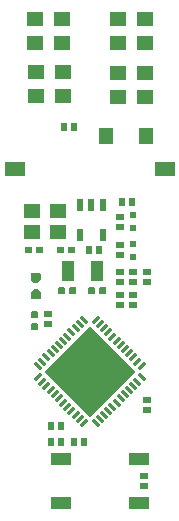
<source format=gtp>
%FSLAX36Y36*%
%MOIN*%

%AMMACRO1*1,1,$1,$2,$3*1,1,$1,$4,$5*20,1,$1,$2,$3,$4,$5,0*%
%AMMACRO2*21,1,$1,$2,0,0,$3*%
%ADD10R,0.0700X0.0500*%
%ADD11R,0.0571X0.0457*%
%ADD12R,0.0256X0.0236*%
%ADD13R,0.0236X0.0256*%
%ADD14R,0.0236X0.0394*%
%ADD15R,0.0197X0.0236*%
%ADD16R,0.0669X0.0394*%
%ADD17MACRO1,0.011X-0.0086X0.0086X0.0086X-0.0086*%
%ADD18MACRO1,0.011X-0.0086X-0.0086X0.0086X0.0086*%
%ADD19MACRO2,0.2165X0.2165X-135.0000*%
%ADD20R,0.0551X0.0472*%
%ADD21R,0.0394X0.0709*%
%ADD22R,0.0472X0.0551*%

%LPD*%
G36*
X484840Y-999180D02*
G01*
X482080Y-1001140D01*
X482080Y-1018860D01*
X484840Y-1020819D01*
X503740Y-1020819D01*
X505700Y-1018860D01*
X505700Y-1001140D01*
X503740Y-999180D01*
G37*
G36*
X446260Y-999180D02*
G01*
X444300Y-1001140D01*
X444300Y-1018860D01*
X446260Y-1020819D01*
X465160Y-1020819D01*
X467920Y-1018860D01*
X467920Y-1001140D01*
X465160Y-999180D01*
G37*
G36*
X346260Y-999180D02*
G01*
X344300Y-1001140D01*
X344300Y-1018860D01*
X346260Y-1020819D01*
X365160Y-1020819D01*
X367920Y-1018860D01*
X367920Y-1001140D01*
X365160Y-999180D01*
G37*
G36*
X384840Y-999180D02*
G01*
X382080Y-1001140D01*
X382080Y-1018860D01*
X384840Y-1020819D01*
X403740Y-1020819D01*
X405700Y-1018860D01*
X405700Y-1001140D01*
X403740Y-999180D01*
G37*
G36*
X379840Y-864180D02*
G01*
X377080Y-866140D01*
X377080Y-883860D01*
X379840Y-885819D01*
X398740Y-885819D01*
X400700Y-883860D01*
X400700Y-866140D01*
X398740Y-864180D01*
G37*
G36*
X341260Y-864180D02*
G01*
X339300Y-866140D01*
X339300Y-883860D01*
X341260Y-885819D01*
X360160Y-885819D01*
X362920Y-883860D01*
X362920Y-866140D01*
X360160Y-864180D01*
G37*
G36*
X236260Y-864180D02*
G01*
X234300Y-866140D01*
X234300Y-883860D01*
X236260Y-885819D01*
X255159Y-885819D01*
X257920Y-883860D01*
X257920Y-866140D01*
X255159Y-864180D01*
G37*
G36*
X274840Y-864180D02*
G01*
X272080Y-866140D01*
X272080Y-883860D01*
X274840Y-885819D01*
X293740Y-885819D01*
X295700Y-883860D01*
X295700Y-866140D01*
X293740Y-864180D01*
G37*
G36*
X256140Y-1079300D02*
G01*
X254180Y-1081260D01*
X254180Y-1100160D01*
X256140Y-1102920D01*
X273860Y-1102920D01*
X275820Y-1100160D01*
X275820Y-1081260D01*
X273860Y-1079300D01*
G37*
G36*
X256140Y-1117080D02*
G01*
X254180Y-1119840D01*
X254180Y-1138740D01*
X256140Y-1140700D01*
X273860Y-1140700D01*
X275820Y-1138740D01*
X275820Y-1119840D01*
X273860Y-1117080D01*
G37*
G36*
X255700Y-951960D02*
G01*
X253180Y-954479D01*
X253180Y-974300D01*
X264740Y-985100D01*
X275620Y-985100D01*
X287200Y-974300D01*
X287200Y-954479D01*
X284680Y-951960D01*
G37*
G36*
X265180Y-1005400D02*
G01*
X253619Y-1016200D01*
X253619Y-1036000D01*
X256140Y-1038520D01*
X285120Y-1038520D01*
X287640Y-1036000D01*
X287640Y-1016200D01*
X276080Y-1005400D01*
G37*
D10*
G01*
X200000Y-605000D03*
G01*
X700000Y-605000D03*
D11*
G01*
X268989Y-183989D03*
G01*
X268989Y-103989D03*
G01*
X270000Y-360000D03*
G01*
X270000Y-280000D03*
G01*
X635000Y-185000D03*
G01*
X635000Y-105000D03*
G01*
X635000Y-365000D03*
G01*
X635000Y-285000D03*
D12*
G01*
X630000Y-1628299D03*
G01*
X630000Y-1661700D03*
D13*
G01*
X353699Y-1514000D03*
G01*
X320300Y-1514000D03*
G01*
X431700Y-1515000D03*
G01*
X398299Y-1515000D03*
D12*
G01*
X550000Y-1056700D03*
G01*
X550000Y-1023299D03*
G01*
X640000Y-1373299D03*
G01*
X640000Y-1406700D03*
G01*
X595000Y-981700D03*
G01*
X595000Y-948299D03*
G01*
X595000Y-1056700D03*
G01*
X595000Y-1023299D03*
G01*
X640000Y-981700D03*
G01*
X640000Y-948299D03*
D13*
G01*
X481700Y-875000D03*
G01*
X448299Y-875000D03*
D12*
G01*
X310000Y-1088299D03*
G01*
X310000Y-1121700D03*
D13*
G01*
X589699Y-713000D03*
G01*
X556300Y-713000D03*
D14*
G01*
X492399Y-826190D03*
G01*
X417600Y-826190D03*
G01*
X417600Y-723820D03*
G01*
X455000Y-723820D03*
G01*
X492399Y-723820D03*
D15*
G01*
X595000Y-853350D03*
G01*
X595000Y-896649D03*
G01*
X595000Y-759409D03*
G01*
X595000Y-802719D03*
D16*
G01*
X355079Y-1571159D03*
G01*
X614920Y-1571159D03*
G01*
X355079Y-1716840D03*
G01*
X614920Y-1716840D03*
D12*
G01*
X550000Y-981700D03*
G01*
X550000Y-948299D03*
D13*
G01*
X320300Y-1460000D03*
G01*
X353699Y-1460000D03*
D12*
G01*
X550000Y-891700D03*
G01*
X550000Y-858299D03*
G01*
X550000Y-763299D03*
G01*
X550000Y-796700D03*
D17*
G01*
X430550Y-1107400D03*
G01*
X416620Y-1121330D03*
G01*
X402690Y-1135260D03*
G01*
X388759Y-1149190D03*
G01*
X374829Y-1163120D03*
G01*
X360899Y-1177050D03*
G01*
X347039Y-1190910D03*
G01*
X333109Y-1204840D03*
G01*
X319179Y-1218769D03*
G01*
X305249Y-1232699D03*
G01*
X291319Y-1246630D03*
G01*
X277390Y-1260560D03*
D18*
G01*
X277390Y-1299449D03*
G01*
X291319Y-1313379D03*
G01*
X305249Y-1327310D03*
G01*
X319179Y-1341240D03*
G01*
X333109Y-1355170D03*
G01*
X347039Y-1369100D03*
G01*
X360899Y-1382960D03*
G01*
X374829Y-1396890D03*
G01*
X388759Y-1410820D03*
G01*
X402690Y-1424750D03*
G01*
X416620Y-1438680D03*
G01*
X430550Y-1452609D03*
D17*
G01*
X469439Y-1452609D03*
G01*
X483369Y-1438680D03*
G01*
X497300Y-1424750D03*
G01*
X511230Y-1410820D03*
G01*
X525159Y-1396890D03*
G01*
X539089Y-1382960D03*
G01*
X552949Y-1369100D03*
G01*
X566879Y-1355170D03*
G01*
X580809Y-1341240D03*
G01*
X594739Y-1327310D03*
G01*
X608669Y-1313379D03*
G01*
X622599Y-1299449D03*
D18*
G01*
X622599Y-1260560D03*
G01*
X608669Y-1246630D03*
G01*
X594739Y-1232699D03*
G01*
X580809Y-1218769D03*
G01*
X566879Y-1204840D03*
G01*
X552949Y-1190910D03*
G01*
X539089Y-1177050D03*
G01*
X525159Y-1163120D03*
G01*
X511230Y-1149190D03*
G01*
X497300Y-1135260D03*
G01*
X483369Y-1121330D03*
G01*
X469439Y-1107400D03*
D19*
G01*
X449995Y-1280003D03*
D20*
G01*
X256689Y-814450D03*
G01*
X343310Y-814450D03*
G01*
X343310Y-745549D03*
G01*
X256689Y-745549D03*
D21*
G01*
X375790Y-945000D03*
G01*
X474209Y-945000D03*
D11*
G01*
X545000Y-365000D03*
G01*
X545000Y-285000D03*
G01*
X360000Y-360000D03*
G01*
X360000Y-280000D03*
G01*
X545000Y-185000D03*
G01*
X545000Y-105000D03*
G01*
X358989Y-183989D03*
G01*
X358989Y-103989D03*
D22*
G01*
X504070Y-495000D03*
G01*
X637930Y-495000D03*
D13*
G01*
X396500Y-465000D03*
G01*
X363099Y-465000D03*
M02*

</source>
